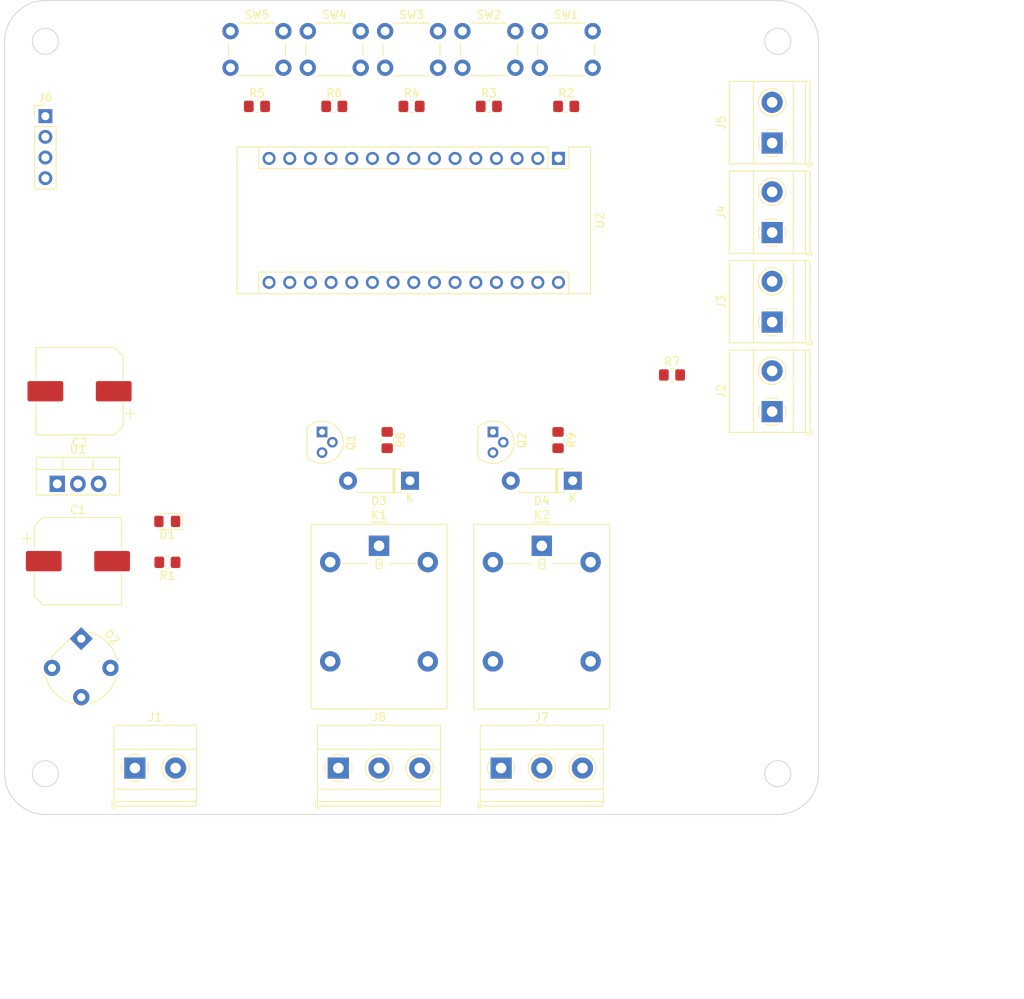
<source format=kicad_pcb>
(kicad_pcb (version 20211014) (generator pcbnew)
  (layers (0 "F.Cu" signal) (31 "B.Cu" signal) (34 "B.Paste" user) (35 "F.Paste" user) (36 "B.SilkS" user "B.Silkscreen") (37 "F.SilkS" user "F.Silkscreen") (38 "B.Mask" user) (39 "F.Mask" user) (44 "Edge.Cuts" user))
  (net 0 "")
  (net 1 "/NC_R2")
  (net 2 "/NO_R2")
  (net 3 "/COM_R2")
  (net 4 "/NC_R1")
  (net 5 "/NO_R1")
  (net 6 "/COM_R1")
  (net 7 "/N")
  (net 8 "/L")
  (net 9 "GND")
  (net 10 "/TEMP")
  (net 11 "/AIN1")
  (net 12 "/AIN2")
  (net 13 "/AIN3")
  (net 14 "+5V")
  (net 15 "/SW4")
  (net 16 "/SW5")
  (net 17 "/SW3")
  (net 18 "/SW2")
  (net 19 "/SW1")
  (net 20 "Net-(D1-Pad1)")
  (net 21 "/RELE1")
  (net 22 "Net-(Q1-Pad2)")
  (net 23 "/RELE2")
  (net 24 "Net-(Q2-Pad2)")
  (net 25 "Net-(D4-Pad2)")
  (net 26 "Net-(D3-Pad2)")
  (net 27 "VDD")
  (net 38 "/SDA")
  (net 39 "/SCL")
  (footprint "Diode_THT:D_DO-41_SOD81_P7.62mm_Horizontal" (layer "F.Cu") (at 160.76 89.61 180)
    (fp_text reference "D4" (at 3.81 -2.47) (layer "F.SilkS"))
    (fp_text value "D_Small_Filled")
    (fp_text user "K" (at 0 -2.1) (layer "F.SilkS"))
    (fp_line (start 2.11 -1.47) (end 2.11 1.47) (layer "F.SilkS") (width 0.12))
    (fp_line (start 1.09 -1.34) (end 1.09 -1.47) (layer "F.SilkS") (width 0.12))
    (fp_line (start 1.09 1.34) (end 1.09 1.47) (layer "F.SilkS") (width 0.12))
    (fp_line (start 1.87 -1.47) (end 1.87 1.47) (layer "F.SilkS") (width 0.12))
    (fp_line (start 1.09 -1.47) (end 6.53 -1.47) (layer "F.SilkS") (width 0.12))
    (fp_line (start 6.53 1.47) (end 6.53 1.34) (layer "F.SilkS") (width 0.12))
    (fp_line (start 6.53 -1.47) (end 6.53 -1.34) (layer "F.SilkS") (width 0.12))
    (fp_line (start 1.99 -1.47) (end 1.99 1.47) (layer "F.SilkS") (width 0.12))
    (fp_line (start 1.09 1.47) (end 6.53 1.47) (layer "F.SilkS") (width 0.12))
    (pad "1" thru_hole rect (at 0 0 180) (size 2.2 2.2) (drill 1.1) (layers *.Cu *.Mask) (net 27 "VDD"))
    (pad "2" thru_hole oval (at 7.62 0 180) (size 2.2 2.2) (drill 1.1) (layers *.Cu *.Mask) (net 25 "Net-(D4-Pad2)"))
  )
  (footprint "LED_SMD:LED_0805_2012Metric_Pad1.15x1.40mm_HandSolder" (layer "F.Cu") (at 110.925 94.61 180)
    (fp_text reference "D1" (at 0 -1.65) (layer "F.SilkS"))
    (fp_text value "LED_Small_Filled")
    (fp_line (start -1.86 -0.96) (end -1.86 0.96) (layer "F.SilkS") (width 0.12))
    (fp_line (start 1 -0.96) (end -1.86 -0.96) (layer "F.SilkS") (width 0.12))
    (fp_line (start -1.86 0.96) (end 1 0.96) (layer "F.SilkS") (width 0.12))
    (pad "1" smd roundrect (at -1.025 0 180) (size 1.15 1.4) (layers "F.Cu" "F.Paste" "F.Mask") (roundrect_rratio 0.217391) (net 20 "Net-(D1-Pad1)"))
    (pad "2" smd roundrect (at 1.025 0 180) (size 1.15 1.4) (layers "F.Cu" "F.Paste" "F.Mask") (roundrect_rratio 0.217391) (net 14 "+5V"))
  )
  (footprint "Resistor_SMD:R_0805_2012Metric_Pad1.20x1.40mm_HandSolder" (layer "F.Cu") (at 172.95 76.61)
    (fp_text reference "R7" (at 0 -1.65) (layer "F.SilkS"))
    (fp_text value "4.7K")
    (fp_line (start -0.227064 -0.735) (end 0.227064 -0.735) (layer "F.SilkS") (width 0.12))
    (fp_line (start -0.227064 0.735) (end 0.227064 0.735) (layer "F.SilkS") (width 0.12))
    (pad "1" smd roundrect (at -1 0) (size 1.2 1.4) (layers "F.Cu" "F.Paste" "F.Mask") (roundrect_rratio 0.208333) (net 14 "+5V"))
    (pad "2" smd roundrect (at 1 0) (size 1.2 1.4) (layers "F.Cu" "F.Paste" "F.Mask") (roundrect_rratio 0.208333) (net 10 "/TEMP"))
  )
  (footprint "Resistor_SMD:R_0805_2012Metric_Pad1.20x1.40mm_HandSolder" (layer "F.Cu") (at 140.95 43.61)
    (fp_text reference "R4" (at 0 -1.65) (layer "F.SilkS"))
    (fp_text value "10K")
    (fp_line (start -0.227064 0.735) (end 0.227064 0.735) (layer "F.SilkS") (width 0.12))
    (fp_line (start -0.227064 -0.735) (end 0.227064 -0.735) (layer "F.SilkS") (width 0.12))
    (pad "1" smd roundrect (at -1 0) (size 1.2 1.4) (layers "F.Cu" "F.Paste" "F.Mask") (roundrect_rratio 0.208333) (net 14 "+5V"))
    (pad "2" smd roundrect (at 1 0) (size 1.2 1.4) (layers "F.Cu" "F.Paste" "F.Mask") (roundrect_rratio 0.208333) (net 17 "/SW3"))
  )
  (footprint "Diode_THT:D_DO-41_SOD81_P7.62mm_Horizontal" (layer "F.Cu") (at 140.76 89.61 180)
    (fp_text reference "D3" (at 3.81 -2.47) (layer "F.SilkS"))
    (fp_text value "D_Small_Filled")
    (fp_text user "K" (at 0 -2.1) (layer "F.SilkS"))
    (fp_line (start 1.09 -1.34) (end 1.09 -1.47) (layer "F.SilkS") (width 0.12))
    (fp_line (start 1.09 -1.47) (end 6.53 -1.47) (layer "F.SilkS") (width 0.12))
    (fp_line (start 6.53 1.47) (end 6.53 1.34) (layer "F.SilkS") (width 0.12))
    (fp_line (start 1.99 -1.47) (end 1.99 1.47) (layer "F.SilkS") (width 0.12))
    (fp_line (start 6.53 -1.47) (end 6.53 -1.34) (layer "F.SilkS") (width 0.12))
    (fp_line (start 1.09 1.34) (end 1.09 1.47) (layer "F.SilkS") (width 0.12))
    (fp_line (start 1.87 -1.47) (end 1.87 1.47) (layer "F.SilkS") (width 0.12))
    (fp_line (start 1.09 1.47) (end 6.53 1.47) (layer "F.SilkS") (width 0.12))
    (fp_line (start 2.11 -1.47) (end 2.11 1.47) (layer "F.SilkS") (width 0.12))
    (pad "1" thru_hole rect (at 0 0 180) (size 2.2 2.2) (drill 1.1) (layers *.Cu *.Mask) (net 27 "VDD"))
    (pad "2" thru_hole oval (at 7.62 0 180) (size 2.2 2.2) (drill 1.1) (layers *.Cu *.Mask) (net 26 "Net-(D3-Pad2)"))
  )
  (footprint "Resistor_SMD:R_0805_2012Metric_Pad1.20x1.40mm_HandSolder" (layer "F.Cu") (at 131.45 43.61)
    (fp_text reference "R6" (at 0 -1.65) (layer "F.SilkS"))
    (fp_text value "10K")
    (fp_line (start -0.227064 0.735) (end 0.227064 0.735) (layer "F.SilkS") (width 0.12))
    (fp_line (start -0.227064 -0.735) (end 0.227064 -0.735) (layer "F.SilkS") (width 0.12))
    (pad "1" smd roundrect (at -1 0) (size 1.2 1.4) (layers "F.Cu" "F.Paste" "F.Mask") (roundrect_rratio 0.208333) (net 14 "+5V"))
    (pad "2" smd roundrect (at 1 0) (size 1.2 1.4) (layers "F.Cu" "F.Paste" "F.Mask") (roundrect_rratio 0.208333) (net 15 "/SW4"))
  )
  (footprint "TerminalBlock_Phoenix:TerminalBlock_Phoenix_MKDS-1,5-3_1x03_P5.00mm_Horizontal" (layer "F.Cu") (at 131.95 124.915)
    (fp_text reference "J8" (at 5 -6.26) (layer "F.SilkS"))
    (fp_text value "Screw_Terminal_01x03")
    (fp_line (start -2.56 -5.261) (end -2.56 4.66) (layer "F.SilkS") (width 0.12))
    (fp_line (start -2.56 -5.261) (end 12.56 -5.261) (layer "F.SilkS") (width 0.12))
    (fp_line (start 8.773 1.023) (end 8.726 1.069) (layer "F.SilkS") (width 0.12))
    (fp_line (start 3.966 1.239) (end 3.931 1.274) (layer "F.SilkS") (width 0.12))
    (fp_line (start 6.275 -1.069) (end 6.228 -1.023) (layer "F.SilkS") (width 0.12))
    (fp_line (start 3.773 1.023) (end 3.726 1.069) (layer "F.SilkS") (width 0.12))
    (fp_line (start 11.275 -1.069) (end 11.228 -1.023) (layer "F.SilkS") (width 0.12))
    (fp_line (start -2.8 4.16) (end -2.8 4.9) (layer "F.SilkS") (width 0.12))
    (fp_line (start -2.56 4.66) (end 12.56 4.66) (layer "F.SilkS") (width 0.12))
    (fp_line (start -2.8 4.9) (end -2.3 4.9) (layer "F.SilkS") (width 0.12))
    (fp_line (start -2.56 4.1) (end 12.56 4.1) (layer "F.SilkS") (width 0.12))
    (fp_line (start -2.56 2.6) (end 12.56 2.6) (layer "F.SilkS") (width 0.12))
    (fp_line (start 6.07 -1.275) (end 6.035 -1.239) (layer "F.SilkS") (width 0.12))
    (fp_line (start 11.07 -1.275) (end 11.035 -1.239) (layer "F.SilkS") (width 0.12))
    (fp_line (start 12.56 -5.261) (end 12.56 4.66) (layer "F.SilkS") (width 0.12))
    (fp_line (start 8.966 1.239) (end 8.931 1.274) (layer "F.SilkS") (width 0.12))
    (fp_line (start -2.56 -2.301) (end 12.56 -2.301) (layer "F.SilkS") (width 0.12))
    (fp_arc (start 1.535427 -0.683042) (mid 1.680501 0.000524) (end 1.535 0.684) (layer "F.SilkS") (width 0.12))
    (fp_arc (start -0.683042 -1.535427) (mid 0.000524 -1.680501) (end 0.684 -1.535) (layer "F.SilkS") (width 0.12))
    (fp_arc (start 0.028805 1.680253) (mid -0.335551 1.646659) (end -0.684 1.535) (layer "F.SilkS") (width 0.12))
    (fp_arc (start -1.535427 0.683042) (mid -1.680501 -0.000524) (end -1.535 -0.684) (layer "F.SilkS") (width 0.12))
    (fp_arc (start 0.683318 1.534756) (mid 0.349292 1.643288) (end 0 1.68) (layer "F.SilkS") (width 0.12))
    (fp_circle (center 5 0) (end 6.68 0) (layer "F.SilkS") (width 0.12) (fill none))
    (fp_circle (center 10 0) (end 11.68 0) (layer "F.SilkS") (width 0.12) (fill none))
    (pad "1" thru_hole rect (at 0 0) (size 2.6 2.6) (drill 1.3) (layers *.Cu *.Mask) (net 4 "/NC_R1"))
    (pad "2" thru_hole circle (at 5 0) (size 2.6 2.6) (drill 1.3) (layers *.Cu *.Mask) (net 5 "/NO_R1"))
    (pad "3" thru_hole circle (at 10 0) (size 2.6 2.6) (drill 1.3) (layers *.Cu *.Mask) (net 6 "/COM_R1"))
  )
  (footprint "Package_TO_SOT_THT:TO-92" (layer "F.Cu") (at 129.95 83.61 -90)
    (fp_text reference "Q1" (at 1.27 -3.56 90) (layer "F.SilkS"))
    (fp_text value "2N2219")
    (fp_line (start -0.53 1.85) (end 3.07 1.85) (layer "F.SilkS") (width 0.12))
    (fp_arc (start -0.568478 1.838478) (mid -1.132087 -0.994977) (end 1.27 -2.6) (layer "F.SilkS") (width 0.12))
    (fp_arc (start 1.27 -2.6) (mid 3.672087 -0.994977) (end 3.108478 1.838478) (layer "F.SilkS") (width 0.12))
    (pad "1" thru_hole rect (at 0 0 270) (size 1.3 1.3) (drill 0.75) (layers *.Cu *.Mask) (net 9 "GND"))
    (pad "2" thru_hole circle (at 1.27 -1.27 270) (size 1.3 1.3) (drill 0.75) (layers *.Cu *.Mask) (net 22 "Net-(Q1-Pad2)"))
    (pad "3" thru_hole circle (at 2.54 0 270) (size 1.3 1.3) (drill 0.75) (layers *.Cu *.Mask) (net 26 "Net-(D3-Pad2)"))
  )
  (footprint "Resistor_SMD:R_0805_2012Metric_Pad1.20x1.40mm_HandSolder" (layer "F.Cu") (at 110.95 99.635 180)
    (fp_text reference "R1" (at 0 -1.65) (layer "F.SilkS"))
    (fp_text value "330")
    (fp_line (start -0.227064 0.735) (end 0.227064 0.735) (layer "F.SilkS") (width 0.12))
    (fp_line (start -0.227064 -0.735) (end 0.227064 -0.735) (layer "F.SilkS") (width 0.12))
    (pad "1" smd roundrect (at -1 0 180) (size 1.2 1.4) (layers "F.Cu" "F.Paste" "F.Mask") (roundrect_rratio 0.208333) (net 20 "Net-(D1-Pad1)"))
    (pad "2" smd roundrect (at 1 0 180) (size 1.2 1.4) (layers "F.Cu" "F.Paste" "F.Mask") (roundrect_rratio 0.208333) (net 9 "GND"))
  )
  (footprint "Relay_THT:Relay_SPDT_Omron-G5LE-1" (layer "F.Cu") (at 156.95 97.61)
    (fp_text reference "K2" (at 0 -3.8) (layer "F.SilkS"))
    (fp_text value "G5LE-1")
    (fp_line (start -1 -2.91) (end 1 -2.91) (layer "F.SilkS") (width 0.12))
    (fp_line (start -0.35 2.4) (end 0.35 2) (layer "F.SilkS") (width 0.12))
    (fp_line (start 0.35 1.6) (end -0.35 1.6) (layer "F.SilkS") (width 0.12))
    (fp_line (start 8.35 -2.65) (end -8.35 -2.65) (layer "F.SilkS") (width 0.12))
    (fp_line (start -0.35 2.8) (end 0.35 2.8) (layer "F.SilkS") (width 0.12))
    (fp_line (start -8.35 -2.65) (end -8.35 20.05) (layer "F.SilkS") (width 0.12))
    (fp_line (start -8.35 20.05) (end 8.35 20.05) (layer "F.SilkS") (width 0.12))
    (fp_line (start -4.5 2.2) (end -1.35 2.2) (layer "F.SilkS") (width 0.12))
    (fp_line (start 8.35 20.05) (end 8.35 -2.65) (layer "F.SilkS") (width 0.12))
    (fp_line (start 1.35 2.2) (end 4.5 2.2) (layer "F.SilkS") (width 0.12))
    (fp_line (start -0.35 1.6) (end -0.35 2.8) (layer "F.SilkS") (width 0.12))
    (fp_line (start 0.35 2.8) (end 0.35 1.6) (layer "F.SilkS") (width 0.12))
    (pad "1" thru_hole rect (at 0 0) (size 2.5 2.5) (drill 1.3) (layers *.Cu *.Mask) (net 3 "/COM_R2"))
    (pad "2" thru_hole oval (at -6 2) (size 2.5 2.5) (drill 1.3) (layers *.Cu *.Mask) (net 25 "Net-(D4-Pad2)"))
    (pad "3" thru_hole oval (at -6 14.2) (size 2.5 2.5) (drill 1.3) (layers *.Cu *.Mask) (net 2 "/NO_R2"))
    (pad "4" thru_hole oval (at 6 14.2) (size 2.5 2.5) (drill 1.3) (layers *.Cu *.Mask) (net 1 "/NC_R2"))
    (pad "5" thru_hole oval (at 6 2) (size 2.5 2.5) (drill 1.3) (layers *.Cu *.Mask) (net 27 "VDD"))
  )
  (footprint "Package_TO_SOT_THT:TO-92" (layer "F.Cu") (at 150.95 83.61 -90)
    (fp_text reference "Q2" (at 1 -3.56 90) (layer "F.SilkS"))
    (fp_text value "2N2219")
    (fp_line (start -0.53 1.85) (end 3.07 1.85) (layer "F.SilkS") (width 0.12))
    (fp_arc (start 1.27 -2.6) (mid 3.672087 -0.994977) (end 3.108478 1.838478) (layer "F.SilkS") (width 0.12))
    (fp_arc (start -0.568478 1.838478) (mid -1.132087 -0.994977) (end 1.27 -2.6) (layer "F.SilkS") (width 0.12))
    (pad "1" thru_hole rect (at 0 0 270) (size 1.3 1.3) (drill 0.75) (layers *.Cu *.Mask) (net 9 "GND"))
    (pad "2" thru_hole circle (at 1.27 -1.27 270) (size 1.3 1.3) (drill 0.75) (layers *.Cu *.Mask) (net 24 "Net-(Q2-Pad2)"))
    (pad "3" thru_hole circle (at 2.54 0 270) (size 1.3 1.3) (drill 0.75) (layers *.Cu *.Mask) (net 25 "Net-(D4-Pad2)"))
  )
  (footprint "Resistor_SMD:R_0805_2012Metric_Pad1.20x1.40mm_HandSolder" (layer "F.Cu") (at 158.95 84.61 -90)
    (fp_text reference "R9" (at 0 -1.65 90) (layer "F.SilkS"))
    (fp_text value "1K")
    (fp_line (start -0.227064 -0.735) (end 0.227064 -0.735) (layer "F.SilkS") (width 0.12))
    (fp_line (start -0.227064 0.735) (end 0.227064 0.735) (layer "F.SilkS") (width 0.12))
    (pad "1" smd roundrect (at -1 0 270) (size 1.2 1.4) (layers "F.Cu" "F.Paste" "F.Mask") (roundrect_rratio 0.208333) (net 23 "/RELE2"))
    (pad "2" smd roundrect (at 1 0 270) (size 1.2 1.4) (layers "F.Cu" "F.Paste" "F.Mask") (roundrect_rratio 0.208333) (net 24 "Net-(Q2-Pad2)"))
  )
  (footprint "Module:Arduino_Nano" (layer "F.Cu") (at 159 50 -90)
    (fp_text reference "U2" (at 7.62 -5.08 90) (layer "F.SilkS"))
    (fp_text value "Arduino_Nano_v3.x")
    (fp_line (start 1.27 36.83) (end -1.4 36.83) (layer "F.SilkS") (width 0.12))
    (fp_line (start 13.97 36.83) (end 16.64 36.83) (layer "F.SilkS") (width 0.12))
    (fp_line (start 16.64 -3.94) (end -1.4 -3.94) (layer "F.SilkS") (width 0.12))
    (fp_line (start 16.64 39.5) (end 16.64 -3.94) (layer "F.SilkS") (width 0.12))
    (fp_line (start -1.4 -3.94) (end -1.4 -1.27) (layer "F.SilkS") (width 0.12))
    (fp_line (start 1.27 1.27) (end 1.27 -1.27) (layer "F.SilkS") (width 0.12))
    (fp_line (start 1.27 -1.27) (end -1.4 -1.27) (layer "F.SilkS") (width 0.12))
    (fp_line (start -1.4 39.5) (end 16.64 39.5) (layer "F.SilkS") (width 0.12))
    (fp_line (start -1.4 1.27) (end -1.4 39.5) (layer "F.SilkS") (width 0.12))
    (fp_line (start 13.97 -1.27) (end 16.64 -1.27) (layer "F.SilkS") (width 0.12))
    (fp_line (start 1.27 1.27) (end 1.27 36.83) (layer "F.SilkS") (width 0.12))
    (fp_line (start 1.27 1.27) (end -1.4 1.27) (layer "F.SilkS") (width 0.12))
    (fp_line (start 13.97 -1.27) (end 13.97 36.83) (layer "F.SilkS") (width 0.12))
    (pad "1" thru_hole rect (at 0 0 270) (size 1.6 1.6) (drill 1) (layers *.Cu *.Mask))
    (pad "2" thru_hole oval (at 0 2.54 270) (size 1.6 1.6) (drill 1) (layers *.Cu *.Mask))
    (pad "3" thru_hole oval (at 0 5.08 270) (size 1.6 1.6) (drill 1) (layers *.Cu *.Mask))
    (pad "4" thru_hole oval (at 0 7.62 270) (size 1.6 1.6) (drill 1) (layers *.Cu *.Mask) (net 9 "GND"))
    (pad "5" thru_hole oval (at 0 10.16 270) (size 1.6 1.6) (drill 1) (layers *.Cu *.Mask) (net 10 "/TEMP"))
    (pad "6" thru_hole oval (at 0 12.7 270) (size 1.6 1.6) (drill 1) (layers *.Cu *.Mask))
    (pad "7" thru_hole oval (at 0 15.24 270) (size 1.6 1.6) (drill 1) (layers *.Cu *.Mask) (net 19 "/SW1"))
    (pad "8" thru_hole oval (at 0 17.78 270) (size 1.6 1.6) (drill 1) (layers *.Cu *.Mask) (net 18 "/SW2"))
    (pad "9" thru_hole oval (at 0 20.32 270) (size 1.6 1.6) (drill 1) (layers *.Cu *.Mask) (net 17 "/SW3"))
    (pad "10" thru_hole oval (at 0 22.86 270) (size 1.6 1.6) (drill 1) (layers *.Cu *.Mask) (net 15 "/SW4"))
    (pad "11" thru_hole oval (at 0 25.4 270) (size 1.6 1.6) (drill 1) (layers *.Cu *.Mask) (net 16 "/SW5"))
    (pad "12" thru_hole oval (at 0 27.94 270) (size 1.6 1.6) (drill 1) (layers *.Cu *.Mask))
    (pad "13" thru_hole oval (at 0 30.48 270) (size 1.6 1.6) (drill 1) (layers *.Cu *.Mask))
    (pad "14" thru_hole oval (at 0 33.02 270) (size 1.6 1.6) (drill 1) (layers *.Cu *.Mask))
    (pad "15" thru_hole oval (at 0 35.56 270) (size 1.6 1.6) (drill 1) (layers *.Cu *.Mask) (net 21 "/RELE1"))
    (pad "16" thru_hole oval (at 15.24 35.56 270) (size 1.6 1.6) (drill 1) (layers *.Cu *.Mask) (net 23 "/RELE2"))
    (pad "17" thru_hole oval (at 15.24 33.02 270) (size 1.6 1.6) (drill 1) (layers *.Cu *.Mask))
    (pad "18" thru_hole oval (at 15.24 30.48 270) (size 1.6 1.6) (drill 1) (layers *.Cu *.Mask))
    (pad "19" thru_hole oval (at 15.24 27.94 270) (size 1.6 1.6) (drill 1) (layers *.Cu *.Mask) (net 11 "/AIN1"))
    (pad "20" thru_hole oval (at 15.24 25.4 270) (size 1.6 1.6) (drill 1) (layers *.Cu *.Mask) (net 12 "/AIN2"))
    (pad "21" thru_hole oval (at 15.24 22.86 270) (size 1.6 1.6) (drill 1) (layers *.Cu *.Mask) (net 13 "/AIN3"))
    (pad "22" thru_hole oval (at 15.24 20.32 270) (size 1.6 1.6) (drill 1) (layers *.Cu *.Mask))
    (pad "23" thru_hole oval (at 15.24 17.78 270) (size 1.6 1.6) (drill 1) (layers *.Cu *.Mask) (net 38 "/SDA"))
    (pad "24" thru_hole oval (at 15.24 15.24 270) (size 1.6 1.6) (drill 1) (layers *.Cu *.Mask) (net 39 "/SCL"))
    (pad "25" thru_hole oval (at 15.24 12.7 270) (size 1.6 1.6) (drill 1) (layers *.Cu *.Mask))
    (pad "26" thru_hole oval (at 15.24 10.16 270) (size 1.6 1.6) (drill 1) (layers *.Cu *.Mask))
    (pad "27" thru_hole oval (at 15.24 7.62 270) (size 1.6 1.6) (drill 1) (layers *.Cu *.Mask) (net 14 "+5V"))
    (pad "28" thru_hole oval (at 15.24 5.08 270) (size 1.6 1.6) (drill 1) (layers *.Cu *.Mask))
    (pad "29" thru_hole oval (at 15.24 2.54 270) (size 1.6 1.6) (drill 1) (layers *.Cu *.Mask) (net 9 "GND"))
    (pad "30" thru_hole oval (at 15.24 0 270) (size 1.6 1.6) (drill 1) (layers *.Cu *.Mask))
  )
  (footprint "Button_Switch_THT:SW_PUSH_6mm" (layer "F.Cu") (at 137.7 34.36)
    (fp_text reference "SW3" (at 3.25 -2) (layer "F.SilkS"))
    (fp_text value "SW_Push")
    (fp_line (start 6.75 3) (end 6.75 1.5) (layer "F.SilkS") (width 0.12))
    (fp_line (start 1 5.5) (end 5.5 5.5) (layer "F.SilkS") (width 0.12))
    (fp_line (start -0.25 1.5) (end -0.25 3) (layer "F.SilkS") (width 0.12))
    (fp_line (start 5.5 -1) (end 1 -1) (layer "F.SilkS") (width 0.12))
    (pad "1" thru_hole circle (at 6.5 0 90) (size 2 2) (drill 1.1) (layers *.Cu *.Mask) (net 9 "GND"))
    (pad "1" thru_hole circle (at 0 0 90) (size 2 2) (drill 1.1) (layers *.Cu *.Mask) (net 9 "GND"))
    (pad "2" thru_hole circle (at 6.5 4.5 90) (size 2 2) (drill 1.1) (layers *.Cu *.Mask) (net 17 "/SW3"))
    (pad "2" thru_hole circle (at 0 4.5 90) (size 2 2) (drill 1.1) (layers *.Cu *.Mask) (net 17 "/SW3"))
  )
  (footprint "Resistor_SMD:R_0805_2012Metric_Pad1.20x1.40mm_HandSolder" (layer "F.Cu") (at 137.95 84.61 -90)
    (fp_text reference "R8" (at 0 -1.65 90) (layer "F.SilkS"))
    (fp_text value "1K")
    (fp_line (start -0.227064 0.735) (end 0.227064 0.735) (layer "F.SilkS") (width 0.12))
    (fp_line (start -0.227064 -0.735) (end 0.227064 -0.735) (layer "F.SilkS") (width 0.12))
    (pad "1" smd roundrect (at -1 0 270) (size 1.2 1.4) (layers "F.Cu" "F.Paste" "F.Mask") (roundrect_rratio 0.208333) (net 21 "/RELE1"))
    (pad "2" smd roundrect (at 1 0 270) (size 1.2 1.4) (layers "F.Cu" "F.Paste" "F.Mask") (roundrect_rratio 0.208333) (net 22 "Net-(Q1-Pad2)"))
  )
  (footprint "Resistor_SMD:R_0805_2012Metric_Pad1.20x1.40mm_HandSolder" (layer "F.Cu") (at 159.95 43.61)
    (fp_text reference "R2" (at 0 -1.65) (layer "F.SilkS"))
    (fp_text value "10K")
    (fp_line (start -0.227064 0.735) (end 0.227064 0.735) (layer "F.SilkS") (width 0.12))
    (fp_line (start -0.227064 -0.735) (end 0.227064 -0.735) (layer "F.SilkS") (width 0.12))
    (pad "1" smd roundrect (at -1 0) (size 1.2 1.4) (layers "F.Cu" "F.Paste" "F.Mask") (roundrect_rratio 0.208333) (net 14 "+5V"))
    (pad "2" smd roundrect (at 1 0) (size 1.2 1.4) (layers "F.Cu" "F.Paste" "F.Mask") (roundrect_rratio 0.208333) (net 19 "/SW1"))
  )
  (footprint "Button_Switch_THT:SW_PUSH_6mm" (layer "F.Cu") (at 128.2 34.36)
    (fp_text reference "SW4" (at 3.25 -2) (layer "F.SilkS"))
    (fp_text value "SW_Push")
    (fp_line (start 5.5 -1) (end 1 -1) (layer "F.SilkS") (width 0.12))
    (fp_line (start 1 5.5) (end 5.5 5.5) (layer "F.SilkS") (width 0.12))
    (fp_line (start 6.75 3) (end 6.75 1.5) (layer "F.SilkS") (width 0.12))
    (fp_line (start -0.25 1.5) (end -0.25 3) (layer "F.SilkS") (width 0.12))
    (pad "1" thru_hole circle (at 0 0 90) (size 2 2) (drill 1.1) (layers *.Cu *.Mask) (net 9 "GND"))
    (pad "1" thru_hole circle (at 6.5 0 90) (size 2 2) (drill 1.1) (layers *.Cu *.Mask) (net 9 "GND"))
    (pad "2" thru_hole circle (at 0 4.5 90) (size 2 2) (drill 1.1) (layers *.Cu *.Mask) (net 15 "/SW4"))
    (pad "2" thru_hole circle (at 6.5 4.5 90) (size 2 2) (drill 1.1) (layers *.Cu *.Mask) (net 15 "/SW4"))
  )
  (footprint "Button_Switch_THT:SW_PUSH_6mm" (layer "F.Cu") (at 147.2 34.36)
    (fp_text reference "SW2" (at 3.25 -2) (layer "F.SilkS"))
    (fp_text value "SW_Push")
    (fp_line (start 6.75 3) (end 6.75 1.5) (layer "F.SilkS") (width 0.12))
    (fp_line (start -0.25 1.5) (end -0.25 3) (layer "F.SilkS") (width 0.12))
    (fp_line (start 5.5 -1) (end 1 -1) (layer "F.SilkS") (width 0.12))
    (fp_line (start 1 5.5) (end 5.5 5.5) (layer "F.SilkS") (width 0.12))
    (pad "1" thru_hole circle (at 0 0 90) (size 2 2) (drill 1.1) (layers *.Cu *.Mask) (net 9 "GND"))
    (pad "1" thru_hole circle (at 6.5 0 90) (size 2 2) (drill 1.1) (layers *.Cu *.Mask) (net 9 "GND"))
    (pad "2" thru_hole circle (at 6.5 4.5 90) (size 2 2) (drill 1.1) (layers *.Cu *.Mask) (net 18 "/SW2"))
    (pad "2" thru_hole circle (at 0 4.5 90) (size 2 2) (drill 1.1) (layers *.Cu *.Mask) (net 18 "/SW2"))
  )
  (footprint "TerminalBlock_Phoenix:TerminalBlock_Phoenix_MKDS-1,5-3_1x03_P5.00mm_Horizontal" (layer "F.Cu") (at 151.95 124.915)
    (fp_text reference "J7" (at 5 -6.26) (layer "F.SilkS"))
    (fp_text value "Screw_Terminal_01x03")
    (fp_line (start -2.56 -5.261) (end 12.56 -5.261) (layer "F.SilkS") (width 0.12))
    (fp_line (start 6.275 -1.069) (end 6.228 -1.023) (layer "F.SilkS") (width 0.12))
    (fp_line (start -2.56 -5.261) (end -2.56 4.66) (layer "F.SilkS") (width 0.12))
    (fp_line (start 12.56 -5.261) (end 12.56 4.66) (layer "F.SilkS") (width 0.12))
    (fp_line (start 11.275 -1.069) (end 11.228 -1.023) (layer "F.SilkS") (width 0.12))
    (fp_line (start -2.56 4.1) (end 12.56 4.1) (layer "F.SilkS") (width 0.12))
    (fp_line (start -2.56 2.6) (end 12.56 2.6) (layer "F.SilkS") (width 0.12))
    (fp_line (start -2.56 -2.301) (end 12.56 -2.301) (layer "F.SilkS") (width 0.12))
    (fp_line (start -2.56 4.66) (end 12.56 4.66) (layer "F.SilkS") (width 0.12))
    (fp_line (start 11.07 -1.275) (end 11.035 -1.239) (layer "F.SilkS") (width 0.12))
    (fp_line (start 3.966 1.239) (end 3.931 1.274) (layer "F.SilkS") (width 0.12))
    (fp_line (start 6.07 -1.275) (end 6.035 -1.239) (layer "F.SilkS") (width 0.12))
    (fp_line (start 8.966 1.239) (end 8.931 1.274) (layer "F.SilkS") (width 0.12))
    (fp_line (start -2.8 4.9) (end -2.3 4.9) (layer "F.SilkS") (width 0.12))
    (fp_line (start 3.773 1.023) (end 3.726 1.069) (layer "F.SilkS") (width 0.12))
    (fp_line (start -2.8 4.16) (end -2.8 4.9) (layer "F.SilkS") (width 0.12))
    (fp_line (start 8.773 1.023) (end 8.726 1.069) (layer "F.SilkS") (width 0.12))
    (fp_arc (start 1.535427 -0.683042) (mid 1.680501 0.000524) (end 1.535 0.684) (layer "F.SilkS") (width 0.12))
    (fp_arc (start 0.683318 1.534756) (mid 0.349292 1.643288) (end 0 1.68) (layer "F.SilkS") (width 0.12))
    (fp_arc (start 0.028805 1.680253) (mid -0.335551 1.646659) (end -0.684 1.535) (layer "F.SilkS") (width 0.12))
    (fp_arc (start -0.683042 -1.535427) (mid 0.000524 -1.680501) (end 0.684 -1.535) (layer "F.SilkS") (width 0.12))
    (fp_arc (start -1.535427 0.683042) (mid -1.680501 -0.000524) (end -1.535 -0.684) (layer "F.SilkS") (width 0.12))
    (fp_circle (center 5 0) (end 6.68 0) (layer "F.SilkS") (width 0.12) (fill none))
    (fp_circle (center 10 0) (end 11.68 0) (layer "F.SilkS") (width 0.12) (fill none))
    (pad "1" thru_hole rect (at 0 0) (size 2.6 2.6) (drill 1.3) (layers *.Cu *.Mask) (net 1 "/NC_R2"))
    (pad "2" thru_hole circle (at 5 0) (size 2.6 2.6) (drill 1.3) (layers *.Cu *.Mask) (net 2 "/NO_R2"))
    (pad "3" thru_hole circle (at 10 0) (size 2.6 2.6) (drill 1.3) (layers *.Cu *.Mask) (net 3 "/COM_R2"))
  )
  (footprint "Relay_THT:Relay_SPDT_Omron-G5LE-1" (layer "F.Cu") (at 136.95 97.61)
    (fp_text reference "K1" (at 0 -3.8) (layer "F.SilkS"))
    (fp_text value "G5LE-1")
    (fp_line (start -4.5 2.2) (end -1.35 2.2) (layer "F.SilkS") (width 0.12))
    (fp_line (start 8.35 -2.65) (end -8.35 -2.65) (layer "F.SilkS") (width 0.12))
    (fp_line (start -0.35 2.4) (end 0.35 2) (layer "F.SilkS") (width 0.12))
    (fp_line (start -0.35 2.8) (end 0.35 2.8) (layer "F.SilkS") (width 0.12))
    (fp_line (start -0.35 1.6) (end -0.35 2.8) (layer "F.SilkS") (width 0.12))
    (fp_line (start -8.35 -2.65) (end -8.35 20.05) (layer "F.SilkS") (width 0.12))
    (fp_line (start -1 -2.91) (end 1 -2.91) (layer "F.SilkS") (width 0.12))
    (fp_line (start 1.35 2.2) (end 4.5 2.2) (layer "F.SilkS") (width 0.12))
    (fp_line (start 8.35 20.05) (end 8.35 -2.65) (layer "F.SilkS") (width 0.12))
    (fp_line (start 0.35 2.8) (end 0.35 1.6) (layer "F.SilkS") (width 0.12))
    (fp_line (start -8.35 20.05) (end 8.35 20.05) (layer "F.SilkS") (width 0.12))
    (fp_line (start 0.35 1.6) (end -0.35 1.6) (layer "F.SilkS") (width 0.12))
    (pad "1" thru_hole rect (at 0 0) (size 2.5 2.5) (drill 1.3) (layers *.Cu *.Mask) (net 6 "/COM_R1"))
    (pad "2" thru_hole oval (at -6 2) (size 2.5 2.5) (drill 1.3) (layers *.Cu *.Mask) (net 26 "Net-(D3-Pad2)"))
    (pad "3" thru_hole oval (at -6 14.2) (size 2.5 2.5) (drill 1.3) (layers *.Cu *.Mask) (net 5 "/NO_R1"))
    (pad "4" thru_hole oval (at 6 14.2) (size 2.5 2.5) (drill 1.3) (layers *.Cu *.Mask) (net 4 "/NC_R1"))
    (pad "5" thru_hole oval (at 6 2) (size 2.5 2.5) (drill 1.3) (layers *.Cu *.Mask) (net 27 "VDD"))
  )
  (footprint "Button_Switch_THT:SW_PUSH_6mm" (layer "F.Cu") (at 118.7 34.36)
    (fp_text reference "SW5" (at 3.25 -2) (layer "F.SilkS"))
    (fp_text value "SW_Push")
    (fp_line (start 1 5.5) (end 5.5 5.5) (layer "F.SilkS") (width 0.12))
    (fp_line (start 6.75 3) (end 6.75 1.5) (layer "F.SilkS") (width 0.12))
    (fp_line (start -0.25 1.5) (end -0.25 3) (layer "F.SilkS") (width 0.12))
    (fp_line (start 5.5 -1) (end 1 -1) (layer "F.SilkS") (width 0.12))
    (pad "1" thru_hole circle (at 0 0 90) (size 2 2) (drill 1.1) (layers *.Cu *.Mask) (net 9 "GND"))
    (pad "1" thru_hole circle (at 6.5 0 90) (size 2 2) (drill 1.1) (layers *.Cu *.Mask) (net 9 "GND"))
    (pad "2" thru_hole circle (at 0 4.5 90) (size 2 2) (drill 1.1) (layers *.Cu *.Mask) (net 16 "/SW5"))
    (pad "2" thru_hole circle (at 6.5 4.5 90) (size 2 2) (drill 1.1) (layers *.Cu *.Mask) (net 16 "/SW5"))
  )
  (footprint "Connector_PinHeader_2.54mm:PinHeader_1x04_P2.54mm_Vertical" (layer "F.Cu") (at 95.95 44.81)
    (fp_text reference "J6" (at 0 -2.33) (layer "F.SilkS"))
    (fp_text value "Conn_01x04")
    (fp_line (start -1.33 8.95) (end 1.33 8.95) (layer "F.SilkS") (width 0.12))
    (fp_line (start -1.33 1.27) (end 1.33 1.27) (layer "F.SilkS") (width 0.12))
    (fp_line (start -1.33 0) (end -1.33 -1.33) (layer "F.SilkS") (width 0.12))
    (fp_line (start 1.33 1.27) (end 1.33 8.95) (layer "F.SilkS") (width 0.12))
    (fp_line (start -1.33 -1.33) (end 0 -1.33) (layer "F.SilkS") (width 0.12))
    (fp_line (start -1.33 1.27) (end -1.33 8.95) (layer "F.SilkS") (width 0.12))
    (pad "1" thru_hole rect (at 0 0) (size 1.7 1.7) (drill 1) (layers *.Cu *.Mask) (net 9 "GND"))
    (pad "2" thru_hole oval (at 0 2.54) (size 1.7 1.7) (drill 1) (layers *.Cu *.Mask) (net 14 "+5V"))
    (pad "3" thru_hole oval (at 0 5.08) (size 1.7 1.7) (drill 1) (layers *.Cu *.Mask) (net 38 "/SDA"))
    (pad "4" thru_hole oval (at 0 7.62) (size 1.7 1.7) (drill 1) (layers *.Cu *.Mask) (net 39 "/SCL"))
  )
  (footprint "Diode_THT:Diode_Bridge_Round_D8.9mm" (layer "F.Cu") (at 100.357898 109.017898 -45)
    (fp_text reference "D2" (at 2.54 -2.794 135) (layer "F.SilkS"))
    (fp_text value "D_Bridge_-A+A")
    (fp_line (start -1 1.2) (end -1 4.4) (layer "F.SilkS") (width 0.12))
    (fp_arc (start 5.08 6.223) (mid 2.508164 7.013821) (end -0.052157 6.186479) (layer "F.SilkS") (width 0.12))
    (fp_arc (start 6.35 0.254) (mid 6.983184 2.54281) (end 6.347105 4.830818) (layer "F.SilkS") (width 0.12))
    (fp_arc (start 0 -1.143) (mid 2.571836 -1.933821) (end 5.132157 -1.106479) (layer "F.SilkS") (width 0.12))
    (pad "1" thru_hole rect (at 0 0 315) (size 2 2) (drill 1) (layers *.Cu *.Mask) (net 9 "GND"))
    (pad "2" thru_hole oval (at 0 5.08 315) (size 2 2) (drill 1) (layers *.Cu *.Mask) (net 7 "/N"))
    (pad "3" thru_hole oval (at 5.08 5.08 315) (size 2 2) (drill 1) (layers *.Cu *.Mask) (net 27 "VDD"))
    (pad "4" thru_hole oval (at 5.08 0 315) (size 2 2) (drill 1) (layers *.Cu *.Mask) (net 8 "/L"))
  )
  (footprint "TerminalBlock_Phoenix:TerminalBlock_Phoenix_MKDS-1,5-2_1x02_P5.00mm_Horizontal" (layer "F.Cu") (at 106.95 124.915)
    (fp_text reference "J1" (at 2.5 -6.26) (layer "F.SilkS"))
    (fp_text value "Screw_Terminal_01x02")
    (fp_line (start -2.8 4.9) (end -2.3 4.9) (layer "F.SilkS") (width 0.12))
    (fp_line (start -2.56 4.66) (end 7.56 4.66) (layer "F.SilkS") (width 0.12))
    (fp_line (start 6.07 -1.275) (end 6.035 -1.239) (layer "F.SilkS") (width 0.12))
    (fp_line (start -2.56 4.1) (end 7.56 4.1) (layer "F.SilkS") (width 0.12))
    (fp_line (start -2.56 -5.261) (end 7.56 -5.261) (layer "F.SilkS") (width 0.12))
    (fp_line (start 3.773 1.023) (end 3.726 1.069) (layer "F.SilkS") (width 0.12))
    (fp_line (start -2.56 -2.301) (end 7.56 -2.301) (layer "F.SilkS") (width 0.12))
    (fp_line (start 7.56 -5.261) (end 7.56 4.66) (layer "F.SilkS") (width 0.12))
    (fp_line (start -2.56 -5.261) (end -2.56 4.66) (layer "F.SilkS") (width 0.12))
    (fp_line (start -2.56 2.6) (end 7.56 2.6) (layer "F.SilkS") (width 0.12))
    (fp_line (start 6.275 -1.069) (end 6.228 -1.023) (layer "F.SilkS") (width 0.12))
    (fp_line (start 3.966 1.239) (end 3.931 1.274) (layer "F.SilkS") (width 0.12))
    (fp_line (start -2.8 4.16) (end -2.8 4.9) (layer "F.SilkS") (width 0.12))
    (fp_arc (start 0.683318 1.534756) (mid 0.349292 1.643288) (end 0 1.68) (layer "F.SilkS") (width 0.12))
    (fp_arc (start -0.683042 -1.535427) (mid 0.000524 -1.680501) (end 0.684 -1.535) (layer "F.SilkS") (width 0.12))
    (fp_arc (start 1.535427 -0.683042) (mid 1.680501 0.000524) (end 1.535 0.684) (layer "F.SilkS") (width 0.12))
    (fp_arc (start -1.535427 0.683042) (mid -1.680501 -0.000524) (end -1.535 -0.684) (layer "F.SilkS") (width 0.12))
    (fp_arc (start 0.028805 1.680253) (mid -0.335551 1.646659) (end -0.684 1.535) (layer "F.SilkS") (width 0.12))
    (fp_circle (center 5 0) (end 6.68 0) (layer "F.SilkS") (width 0.12) (fill none))
    (pad "1" thru_hole rect (at 0 0) (size 2.6 2.6) (drill 1.3) (layers *.Cu *.Mask) (net 7 "/N"))
    (pad "2" thru_hole circle (at 5 0) (size 2.6 2.6) (drill 1.3) (layers *.Cu *.Mask) (net 8 "/L"))
  )
  (footprint "TerminalBlock_Phoenix:TerminalBlock_Phoenix_MKDS-1,5-2_1x02_P5.00mm_Horizontal" (layer "F.Cu") (at 185.255 59.11 90)
    (fp_text reference "J4" (at 2.5 -6.26 90) (layer "F.SilkS"))
    (fp_text value "Screw_Terminal_01x02")
    (fp_line (start -2.56 4.1) (end 7.56 4.1) (layer "F.SilkS") (width 0.12))
    (fp_line (start 3.966 1.239) (end 3.931 1.274) (layer "F.SilkS") (width 0.12))
    (fp_line (start -2.8 4.16) (end -2.8 4.9) (layer "F.SilkS") (width 0.12))
    (fp_line (start 3.773 1.023) (end 3.726 1.069) (layer "F.SilkS") (width 0.12))
    (fp_line (start -2.56 -2.301) (end 7.56 -2.301) (layer "F.SilkS") (width 0.12))
    (fp_line (start -2.56 2.6) (end 7.56 2.6) (layer "F.SilkS") (width 0.12))
    (fp_line (start -2.8 4.9) (end -2.3 4.9) (layer "F.SilkS") (width 0.12))
    (fp_line (start -2.56 4.66) (end 7.56 4.66) (layer "F.SilkS") (width 0.12))
    (fp_line (start 6.275 -1.069) (end 6.228 -1.023) (layer "F.SilkS") (width 0.12))
    (fp_line (start 6.07 -1.275) (end 6.035 -1.239) (layer "F.SilkS") (width 0.12))
    (fp_line (start -2.56 -5.261) (end -2.56 4.66) (layer "F.SilkS") (width 0.12))
    (fp_line (start -2.56 -5.261) (end 7.56 -5.261) (layer "F.SilkS") (width 0.12))
    (fp_line (start 7.56 -5.261) (end 7.56 4.66) (layer "F.SilkS") (width 0.12))
    (fp_arc (start 0.683318 1.534756) (mid 0.349292 1.643288) (end 0 1.68) (layer "F.SilkS") (width 0.12))
    (fp_arc (start -0.683042 -1.535427) (mid 0.000524 -1.680501) (end 0.684 -1.535) (layer "F.SilkS") (width 0.12))
    (fp_arc (start 1.535427 -0.683042) (mid 1.680501 0.000524) (end 1.535 0.684) (layer "F.SilkS") (width 0.12))
    (fp_arc (start -1.535427 0.683042) (mid -1.680501 -0.000524) (end -1.535 -0.684) (layer "F.SilkS") (width 0.12))
    (fp_arc (start 0.028805 1.680253) (mid -0.335551 1.646659) (end -0.684 1.535) (layer "F.SilkS") (width 0.12))
    (fp_circle (center 5 0) (end 6.68 0) (layer "F.SilkS") (width 0.12) (fill none))
    (pad "1" thru_hole rect (at 0 0 90) (size 2.6 2.6) (drill 1.3) (layers *.Cu *.Mask) (net 9 "GND"))
    (pad "2" thru_hole circle (at 5 0 90) (size 2.6 2.6) (drill 1.3) (layers *.Cu *.Mask) (net 12 "/AIN2"))
  )
  (footprint "TerminalBlock_Phoenix:TerminalBlock_Phoenix_MKDS-1,5-2_1x02_P5.00mm_Horizontal" (layer "F.Cu") (at 185.255 70.11 90)
    (fp_text reference "J3" (at 2.5 -6.26 90) (layer "F.SilkS"))
    (fp_text value "Screw_Terminal_01x02")
    (fp_line (start 7.56 -5.261) (end 7.56 4.66) (layer "F.SilkS") (width 0.12))
    (fp_line (start -2.56 4.1) (end 7.56 4.1) (layer "F.SilkS") (width 0.12))
    (fp_line (start 3.773 1.023) (end 3.726 1.069) (layer "F.SilkS") (width 0.12))
    (fp_line (start 3.966 1.239) (end 3.931 1.274) (layer "F.SilkS") (width 0.12))
    (fp_line (start -2.56 -5.261) (end -2.56 4.66) (layer "F.SilkS") (width 0.12))
    (fp_line (start -2.56 -5.261) (end 7.56 -5.261) (layer "F.SilkS") (width 0.12))
    (fp_line (start -2.8 4.16) (end -2.8 4.9) (layer "F.SilkS") (width 0.12))
    (fp_line (start -2.56 4.66) (end 7.56 4.66) (layer "F.SilkS") (width 0.12))
    (fp_line (start 6.07 -1.275) (end 6.035 -1.239) (layer "F.SilkS") (width 0.12))
    (fp_line (start -2.56 -2.301) (end 7.56 -2.301) (layer "F.SilkS") (width 0.12))
    (fp_line (start -2.8 4.9) (end -2.3 4.9) (layer "F.SilkS") (width 0.12))
    (fp_line (start -2.56 2.6) (end 7.56 2.6) (layer "F.SilkS") (width 0.12))
    (fp_line (start 6.275 -1.069) (end 6.228 -1.023) (layer "F.SilkS") (width 0.12))
    (fp_arc (start 1.535427 -0.683042) (mid 1.680501 0.000524) (end 1.535 0.684) (layer "F.SilkS") (width 0.12))
    (fp_arc (start 0.683318 1.534756) (mid 0.349292 1.643288) (end 0 1.68) (layer "F.SilkS") (width 0.12))
    (fp_arc (start 0.028805 1.680253) (mid -0.335551 1.646659) (end -0.684 1.535) (layer "F.SilkS") (width 0.12))
    (fp_arc (start -0.683042 -1.535427) (mid 0.000524 -1.680501) (end 0.684 -1.535) (layer "F.SilkS") (width 0.12))
    (fp_arc (start -1.535427 0.683042) (mid -1.680501 -0.000524) (end -1.535 -0.684) (layer "F.SilkS") (width 0.12))
    (fp_circle (center 5 0) (end 6.68 0) (layer "F.SilkS") (width 0.12) (fill none))
    (pad "1" thru_hole rect (at 0 0 90) (size 2.6 2.6) (drill 1.3) (layers *.Cu *.Mask) (net 9 "GND"))
    (pad "2" thru_hole circle (at 5 0 90) (size 2.6 2.6) (drill 1.3) (layers *.Cu *.Mask) (net 11 "/AIN1"))
  )
  (footprint "Button_Switch_THT:SW_PUSH_6mm" (layer "F.Cu") (at 156.7 34.36)
    (fp_text reference "SW1" (at 3.25 -2) (layer "F.SilkS"))
    (fp_text value "SW_Push")
    (fp_line (start 5.5 -1) (end 1 -1) (layer "F.SilkS") (width 0.12))
    (fp_line (start 6.75 3) (end 6.75 1.5) (layer "F.SilkS") (width 0.12))
    (fp_line (start 1 5.5) (end 5.5 5.5) (layer "F.SilkS") (width 0.12))
    (fp_line (start -0.25 1.5) (end -0.25 3) (layer "F.SilkS") (width 0.12))
    (pad "1" thru_hole circle (at 6.5 0 90) (size 2 2) (drill 1.1) (layers *.Cu *.Mask) (net 9 "GND"))
    (pad "1" thru_hole circle (at 0 0 90) (size 2 2) (drill 1.1) (layers *.Cu *.Mask) (net 9 "GND"))
    (pad "2" thru_hole circle (at 0 4.5 90) (size 2 2) (drill 1.1) (layers *.Cu *.Mask) (net 19 "/SW1"))
    (pad "2" thru_hole circle (at 6.5 4.5 90) (size 2 2) (drill 1.1) (layers *.Cu *.Mask) (net 19 "/SW1"))
  )
  (footprint "Capacitor_SMD:CP_Elec_10x10.5" (layer "F.Cu") (at 99.95 99.487478)
    (fp_text reference "C1" (at 0 -6.3) (layer "F.SilkS"))
    (fp_text value "1000uF")
    (fp_line (start -4.295563 5.36) (end 5.36 5.36) (layer "F.SilkS") (width 0.12))
    (fp_line (start -6.225 -3.385) (end -6.225 -2.135) (layer "F.SilkS") (width 0.12))
    (fp_line (start 5.36 -5.36) (end 5.36 -1.51) (layer "F.SilkS") (width 0.12))
    (fp_line (start -6.85 -2.76) (end -5.6 -2.76) (layer "F.SilkS") (width 0.12))
    (fp_line (start -4.295563 -5.36) (end 5.36 -5.36) (layer "F.SilkS") (width 0.12))
    (fp_line (start -5.36 4.295563) (end -4.295563 5.36) (layer "F.SilkS") (width 0.12))
    (fp_line (start -5.36 -4.295563) (end -4.295563 -5.36) (layer "F.SilkS") (width 0.12))
    (fp_line (start -5.36 -4.295563) (end -5.36 -1.51) (layer "F.SilkS") (width 0.12))
    (fp_line (start -5.36 4.295563) (end -5.36 1.51) (layer "F.SilkS") (width 0.12))
    (fp_line (start 5.36 5.36) (end 5.36 1.51) (layer "F.SilkS") (width 0.12))
    (pad "1" smd roundrect (at -4.2 0) (size 4.4 2.5) (layers "F.Cu" "F.Paste" "F.Mask") (roundrect_rratio 0.1) (net 27 "VDD"))
    (pad "2" smd roundrect (at 4.2 0) (size 4.4 2.5) (layers "F.Cu" "F.Paste" "F.Mask") (roundrect_rratio 0.1) (net 9 "GND"))
  )
  (footprint "TerminalBlock_Phoenix:TerminalBlock_Phoenix_MKDS-1,5-2_1x02_P5.00mm_Horizontal" (layer "F.Cu") (at 185.255 48.11 90)
    (fp_text reference "J5" (at 2.5 -6.26 90) (layer "F.SilkS"))
    (fp_text value "Screw_Terminal_01x02")
    (fp_line (start -2.56 -2.301) (end 7.56 -2.301) (layer "F.SilkS") (width 0.12))
    (fp_line (start -2.8 4.16) (end -2.8 4.9) (layer "F.SilkS") (width 0.12))
    (fp_line (start 6.275 -1.069) (end 6.228 -1.023) (layer "F.SilkS") (width 0.12))
    (fp_line (start -2.56 4.1) (end 7.56 4.1) (layer "F.SilkS") (width 0.12))
    (fp_line (start 7.56 -5.261) (end 7.56 4.66) (layer "F.SilkS") (width 0.12))
    (fp_line (start -2.56 4.66) (end 7.56 4.66) (layer "F.SilkS") (width 0.12))
    (fp_line (start -2.56 2.6) (end 7.56 2.6) (layer "F.SilkS") (width 0.12))
    (fp_line (start -2.8 4.9) (end -2.3 4.9) (layer "F.SilkS") (width 0.12))
    (fp_line (start -2.56 -5.261) (end 7.56 -5.261) (layer "F.SilkS") (width 0.12))
    (fp_line (start 6.07 -1.275) (end 6.035 -1.239) (layer "F.SilkS") (width 0.12))
    (fp_line (start 3.773 1.023) (end 3.726 1.069) (layer "F.SilkS") (width 0.12))
    (fp_line (start 3.966 1.239) (end 3.931 1.274) (layer "F.SilkS") (width 0.12))
    (fp_line (start -2.56 -5.261) (end -2.56 4.66) (layer "F.SilkS") (width 0.12))
    (fp_arc (start -1.535427 0.683042) (mid -1.680501 -0.000524) (end -1.535 -0.684) (layer "F.SilkS") (width 0.12))
    (fp_arc (start 1.535427 -0.683042) (mid 1.680501 0.000524) (end 1.535 0.684) (layer "F.SilkS") (width 0.12))
    (fp_arc (start 0.683318 1.534756) (mid 0.349292 1.643288) (end 0 1.68) (layer "F.SilkS") (width 0.12))
    (fp_arc (start 0.028805 1.680253) (mid -0.335551 1.646659) (end -0.684 1.535) (layer "F.SilkS") (width 0.12))
    (fp_arc (start -0.683042 -1.535427) (mid 0.000524 -1.680501) (end 0.684 -1.535) (layer "F.SilkS") (width 0.12))
    (fp_circle (center 5 0) (end 6.68 0) (layer "F.SilkS") (width 0.12) (fill none))
    (pad "1" thru_hole rect (at 0 0 90) (size 2.6 2.6) (drill 1.3) (layers *.Cu *.Mask) (net 9 "GND"))
    (pad "2" thru_hole circle (at 5 0 90) (size 2.6 2.6) (drill 1.3) (layers *.Cu *.Mask) (net 13 "/AIN3"))
  )
  (footprint "TerminalBlock_Phoenix:TerminalBlock_Phoenix_MKDS-1,5-2_1x02_P5.00mm_Horizontal" (layer "F.Cu") (at 185.255 81.11 90)
    (fp_text reference "J2" (at 2.5 -6.26 90) (layer "F.SilkS"))
    (fp_text value "Screw_Terminal_01x02")
    (fp_line (start 6.07 -1.275) (end 6.035 -1.239) (layer "F.SilkS") (width 0.12))
    (fp_line (start -2.8 4.16) (end -2.8 4.9) (layer "F.SilkS") (width 0.12))
    (fp_line (start -2.56 -5.261) (end 7.56 -5.261) (layer "F.SilkS") (width 0.12))
    (fp_line (start -2.56 -5.261) (end -2.56 4.66) (layer "F.SilkS") (width 0.12))
    (fp_line (start 3.773 1.023) (end 3.726 1.069) (layer "F.SilkS") (width 0.12))
    (fp_line (start -2.8 4.9) (end -2.3 4.9) (layer "F.SilkS") (width 0.12))
    (fp_line (start -2.56 4.1) (end 7.56 4.1) (layer "F.SilkS") (width 0.12))
    (fp_line (start -2.56 4.66) (end 7.56 4.66) (layer "F.SilkS") (width 0.12))
    (fp_line (start 7.56 -5.261) (end 7.56 4.66) (layer "F.SilkS") (width 0.12))
    (fp_line (start 6.275 -1.069) (end 6.228 -1.023) (layer "F.SilkS") (width 0.12))
    (fp_line (start -2.56 -2.301) (end 7.56 -2.301) (layer "F.SilkS") (width 0.12))
    (fp_line (start -2.56 2.6) (end 7.56 2.6) (layer "F.SilkS") (width 0.12))
    (fp_line (start 3.966 1.239) (end 3.931 1.274) (layer "F.SilkS") (width 0.12))
    (fp_arc (start 0.028805 1.680253) (mid -0.335551 1.646659) (end -0.684 1.535) (layer "F.SilkS") (width 0.12))
    (fp_arc (start -0.683042 -1.535427) (mid 0.000524 -1.680501) (end 0.684 -1.535) (layer "F.SilkS") (width 0.12))
    (fp_arc (start -1.535427 0.683042) (mid -1.680501 -0.000524) (end -1.535 -0.684) (layer "F.SilkS") (width 0.12))
    (fp_arc (start 1.535427 -0.683042) (mid 1.680501 0.000524) (end 1.535 0.684) (layer "F.SilkS") (width 0.12))
    (fp_arc (start 0.683318 1.534756) (mid 0.349292 1.643288) (end 0 1.68) (layer "F.SilkS") (width 0.12))
    (fp_circle (center 5 0) (end 6.68 0) (layer "F.SilkS") (width 0.12) (fill none))
    (pad "1" thru_hole rect (at 0 0 90) (size 2.6 2.6) (drill 1.3) (layers *.Cu *.Mask) (net 9 "GND"))
    (pad "2" thru_hole circle (at 5 0 90) (size 2.6 2.6) (drill 1.3) (layers *.Cu *.Mask) (net 10 "/TEMP"))
  )
  (footprint "Resistor_SMD:R_0805_2012Metric_Pad1.20x1.40mm_HandSolder" (layer "F.Cu") (at 121.95 43.61)
    (fp_text reference "R5" (at 0 -1.65) (layer "F.SilkS"))
    (fp_text value "10K")
    (fp_line (start -0.227064 0.735) (end 0.227064 0.735) (layer "F.SilkS") (width 0.12))
    (fp_line (start -0.227064 -0.735) (end 0.227064 -0.735) (layer "F.SilkS") (width 0.12))
    (pad "1" smd roundrect (at -1 0) (size 1.2 1.4) (layers "F.Cu" "F.Paste" "F.Mask") (roundrect_rratio 0.208333) (net 14 "+5V"))
    (pad "2" smd roundrect (at 1 0) (size 1.2 1.4) (layers "F.Cu" "F.Paste" "F.Mask") (roundrect_rratio 0.208333) (net 16 "/SW5"))
  )
  (footprint "Capacitor_SMD:CP_Elec_10x10.5" (layer "F.Cu") (at 100.15 78.61 180)
    (fp_text reference "C2" (at 0 -6.3) (layer "F.SilkS"))
    (fp_text value "1000uF")
    (fp_line (start -5.36 4.295563) (end -5.36 1.51) (layer "F.SilkS") (width 0.12))
    (fp_line (start -5.36 -4.295563) (end -4.295563 -5.36) (layer "F.SilkS") (width 0.12))
    (fp_line (start 5.36 5.36) (end 5.36 1.51) (layer "F.SilkS") (width 0.12))
    (fp_line (start -5.36 4.295563) (end -4.295563 5.36) (layer "F.SilkS") (width 0.12))
    (fp_line (start -4.295563 -5.36) (end 5.36 -5.36) (layer "F.SilkS") (width 0.12))
    (fp_line (start 5.36 -5.36) (end 5.36 -1.51) (layer "F.SilkS") (width 0.12))
    (fp_line (start -6.85 -2.76) (end -5.6 -2.76) (layer "F.SilkS") (width 0.12))
    (fp_line (start -6.225 -3.385) (end -6.225 -2.135) (layer "F.SilkS") (width 0.12))
    (fp_line (start -5.36 -4.295563) (end -5.36 -1.51) (layer "F.SilkS") (width 0.12))
    (fp_line (start -4.295563 5.36) (end 5.36 5.36) (layer "F.SilkS") (width 0.12))
    (pad "1" smd roundrect (at -4.2 0 180) (size 4.4 2.5) (layers "F.Cu" "F.Paste" "F.Mask") (roundrect_rratio 0.1) (net 14 "+5V"))
    (pad "2" smd roundrect (at 4.2 0 180) (size 4.4 2.5) (layers "F.Cu" "F.Paste" "F.Mask") (roundrect_rratio 0.1) (net 9 "GND"))
  )
  (footprint "Resistor_SMD:R_0805_2012Metric_Pad1.20x1.40mm_HandSolder" (layer "F.Cu") (at 150.45 43.61)
    (fp_text reference "R3" (at 0 -1.65) (layer "F.SilkS"))
    (fp_text value "10K")
    (fp_line (start -0.227064 0.735) (end 0.227064 0.735) (layer "F.SilkS") (width 0.12))
    (fp_line (start -0.227064 -0.735) (end 0.227064 -0.735) (layer "F.SilkS") (width 0.12))
    (pad "1" smd roundrect (at -1 0) (size 1.2 1.4) (layers "F.Cu" "F.Paste" "F.Mask") (roundrect_rratio 0.208333) (net 14 "+5V"))
    (pad "2" smd roundrect (at 1 0) (size 1.2 1.4) (layers "F.Cu" "F.Paste" "F.Mask") (roundrect_rratio 0.208333) (net 18 "/SW2"))
  )
  (footprint "Package_TO_SOT_THT:TO-220-3_Vertical" (layer "F.Cu") (at 97.41 89.993739)
    (fp_text reference "U1" (at 2.54 -4.27) (layer "F.SilkS"))
    (fp_text value "LM7805_TO220")
    (fp_line (start -2.58 1.371) (end 7.66 1.371) (layer "F.SilkS") (width 0.12))
    (fp_line (start -2.58 -3.27) (end 7.66 -3.27) (layer "F.SilkS") (width 0.12))
    (fp_line (start -2.58 -3.27) (end -2.58 1.371) (layer "F.SilkS") (width 0.12))
    (fp_line (start 7.66 -3.27) (end 7.66 1.371) (layer "F.SilkS") (width 0.12))
    (fp_line (start 4.391 -3.27) (end 4.391 -1.76) (layer "F.SilkS") (width 0.12))
    (fp_line (start -2.58 -1.76) (end 7.66 -1.76) (layer "F.SilkS") (width 0.12))
    (fp_line (start 0.69 -3.27) (end 0.69 -1.76) (layer "F.SilkS") (width 0.12))
    (pad "1" thru_hole rect (at 0 0) (size 1.905 2) (drill 1.1) (layers *.Cu *.Mask) (net 27 "VDD"))
    (pad "2" thru_hole oval (at 2.54 0) (size 1.905 2) (drill 1.1) (layers *.Cu *.Mask) (net 9 "GND"))
    (pad "3" thru_hole oval (at 5.08 0) (size 1.905 2) (drill 1.1) (layers *.Cu *.Mask) (net 14 "+5V"))
  )
  (gr_line (start 190.95 125.61) (end 190.95 35.61) (layer "Edge.Cuts") (width 0.1))
  (gr_line (start 95.95 30.61) (end 185.95 30.61) (layer "Edge.Cuts") (width 0.1))
  (gr_circle (center 95.95 35.61) (end 97.55 35.61) (layer "Edge.Cuts") (width 0.1) (fill none))
  (gr_circle (center 185.95 125.61) (end 187.55 125.61) (layer "Edge.Cuts") (width 0.1) (fill none))
  (gr_arc (start 185.95 30.61) (mid 189.485534 32.074466) (end 190.95 35.61) (layer "Edge.Cuts") (width 0.1))
  (gr_circle (center 185.95 35.61) (end 187.55 35.61) (layer "Edge.Cuts") (width 0.1) (fill none))
  (gr_line (start 185.95 130.61) (end 95.95 130.61) (layer "Edge.Cuts") (width 0.1))
  (gr_arc (start 90.95 35.61) (mid 92.414466 32.074466) (end 95.95 30.61) (layer "Edge.Cuts") (width 0.1))
  (gr_line (start 90.95 35.61) (end 90.95 125.61) (layer "Edge.Cuts") (width 0.1))
  (gr_arc (start 190.95 125.61) (mid 189.485534 129.145534) (end 185.95 130.61) (layer "Edge.Cuts") (width 0.1))
  (gr_arc (start 95.95 130.61) (mid 92.414466 129.145534) (end 90.95 125.61) (layer "Edge.Cuts") (width 0.1))
  (gr_circle (center 95.95 125.61) (end 97.55 125.61) (layer "Edge.Cuts") (width 0.1) (fill none))
)
</source>
